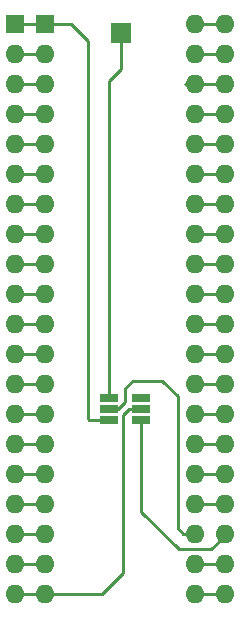
<source format=gbr>
%TF.GenerationSoftware,KiCad,Pcbnew,(5.1.10)-1*%
%TF.CreationDate,2021-09-20T15:06:14+02:00*%
%TF.ProjectId,R6522decode,52363532-3264-4656-936f-64652e6b6963,rev?*%
%TF.SameCoordinates,Original*%
%TF.FileFunction,Copper,L1,Top*%
%TF.FilePolarity,Positive*%
%FSLAX46Y46*%
G04 Gerber Fmt 4.6, Leading zero omitted, Abs format (unit mm)*
G04 Created by KiCad (PCBNEW (5.1.10)-1) date 2021-09-20 15:06:14*
%MOMM*%
%LPD*%
G01*
G04 APERTURE LIST*
%TA.AperFunction,ComponentPad*%
%ADD10R,1.700000X1.700000*%
%TD*%
%TA.AperFunction,ComponentPad*%
%ADD11O,1.600000X1.600000*%
%TD*%
%TA.AperFunction,ComponentPad*%
%ADD12R,1.600000X1.600000*%
%TD*%
%TA.AperFunction,SMDPad,CuDef*%
%ADD13R,1.560000X0.650000*%
%TD*%
%TA.AperFunction,Conductor*%
%ADD14C,0.250000*%
%TD*%
G04 APERTURE END LIST*
D10*
%TO.P,J1,1*%
%TO.N,/A9*%
X108350000Y-75180000D03*
%TD*%
D11*
%TO.P,U1,40*%
%TO.N,/CA1*%
X114665001Y-74435001D03*
%TO.P,U1,20*%
%TO.N,VCC*%
X99425001Y-122695001D03*
%TO.P,U1,39*%
%TO.N,/CA2*%
X114665001Y-76975001D03*
%TO.P,U1,19*%
%TO.N,/CB2*%
X99425001Y-120155001D03*
%TO.P,U1,38*%
%TO.N,/RS0*%
X114665001Y-79515001D03*
%TO.P,U1,18*%
%TO.N,/CB1*%
X99425001Y-117615001D03*
%TO.P,U1,37*%
%TO.N,/RS1*%
X114665001Y-82055001D03*
%TO.P,U1,17*%
%TO.N,/PB7*%
X99425001Y-115075001D03*
%TO.P,U1,36*%
%TO.N,/RS2*%
X114665001Y-84595001D03*
%TO.P,U1,16*%
%TO.N,/PB6*%
X99425001Y-112535001D03*
%TO.P,U1,35*%
%TO.N,/RS3*%
X114665001Y-87135001D03*
%TO.P,U1,15*%
%TO.N,/PB5*%
X99425001Y-109995001D03*
%TO.P,U1,34*%
%TO.N,/~RES*%
X114665001Y-89675001D03*
%TO.P,U1,14*%
%TO.N,/PB4*%
X99425001Y-107455001D03*
%TO.P,U1,33*%
%TO.N,/D0*%
X114665001Y-92215001D03*
%TO.P,U1,13*%
%TO.N,/PB3*%
X99425001Y-104915001D03*
%TO.P,U1,32*%
%TO.N,/D1*%
X114665001Y-94755001D03*
%TO.P,U1,12*%
%TO.N,/PB2*%
X99425001Y-102375001D03*
%TO.P,U1,31*%
%TO.N,/D2*%
X114665001Y-97295001D03*
%TO.P,U1,11*%
%TO.N,/PB1*%
X99425001Y-99835001D03*
%TO.P,U1,30*%
%TO.N,/D3*%
X114665001Y-99835001D03*
%TO.P,U1,10*%
%TO.N,/PB0*%
X99425001Y-97295001D03*
%TO.P,U1,29*%
%TO.N,/D4*%
X114665001Y-102375001D03*
%TO.P,U1,9*%
%TO.N,/PA7*%
X99425001Y-94755001D03*
%TO.P,U1,28*%
%TO.N,/D5*%
X114665001Y-104915001D03*
%TO.P,U1,8*%
%TO.N,/PA6*%
X99425001Y-92215001D03*
%TO.P,U1,27*%
%TO.N,/D6*%
X114665001Y-107455001D03*
%TO.P,U1,7*%
%TO.N,/PA5*%
X99425001Y-89675001D03*
%TO.P,U1,26*%
%TO.N,/D7*%
X114665001Y-109995001D03*
%TO.P,U1,6*%
%TO.N,/PA4*%
X99425001Y-87135001D03*
%TO.P,U1,25*%
%TO.N,/Phi2*%
X114665001Y-112535001D03*
%TO.P,U1,5*%
%TO.N,/PA3*%
X99425001Y-84595001D03*
%TO.P,U1,24*%
%TO.N,/CS1*%
X114665001Y-115075001D03*
%TO.P,U1,4*%
%TO.N,/PA2*%
X99425001Y-82055001D03*
%TO.P,U1,23*%
%TO.N,/~CS2*%
X114665001Y-117615001D03*
%TO.P,U1,3*%
%TO.N,/PA1*%
X99425001Y-79515001D03*
%TO.P,U1,22*%
%TO.N,/R~W*%
X114665001Y-120155001D03*
%TO.P,U1,2*%
%TO.N,/PA0*%
X99425001Y-76975001D03*
%TO.P,U1,21*%
%TO.N,/~IRQ*%
X114665001Y-122695001D03*
D12*
%TO.P,U1,1*%
%TO.N,GND*%
X99425001Y-74435001D03*
%TD*%
%TO.P,U2,1*%
%TO.N,GND*%
X101920000Y-74430000D03*
D11*
%TO.P,U2,21*%
%TO.N,/~IRQ*%
X117160000Y-122690000D03*
%TO.P,U2,2*%
%TO.N,/PA0*%
X101920000Y-76970000D03*
%TO.P,U2,22*%
%TO.N,/R~W*%
X117160000Y-120150000D03*
%TO.P,U2,3*%
%TO.N,/PA1*%
X101920000Y-79510000D03*
%TO.P,U2,23*%
%TO.N,/~NCS2*%
X117160000Y-117610000D03*
%TO.P,U2,4*%
%TO.N,/PA2*%
X101920000Y-82050000D03*
%TO.P,U2,24*%
%TO.N,/CS1*%
X117160000Y-115070000D03*
%TO.P,U2,5*%
%TO.N,/PA3*%
X101920000Y-84590000D03*
%TO.P,U2,25*%
%TO.N,/Phi2*%
X117160000Y-112530000D03*
%TO.P,U2,6*%
%TO.N,/PA4*%
X101920000Y-87130000D03*
%TO.P,U2,26*%
%TO.N,/D7*%
X117160000Y-109990000D03*
%TO.P,U2,7*%
%TO.N,/PA5*%
X101920000Y-89670000D03*
%TO.P,U2,27*%
%TO.N,/D6*%
X117160000Y-107450000D03*
%TO.P,U2,8*%
%TO.N,/PA6*%
X101920000Y-92210000D03*
%TO.P,U2,28*%
%TO.N,/D5*%
X117160000Y-104910000D03*
%TO.P,U2,9*%
%TO.N,/PA7*%
X101920000Y-94750000D03*
%TO.P,U2,29*%
%TO.N,/D4*%
X117160000Y-102370000D03*
%TO.P,U2,10*%
%TO.N,/PB0*%
X101920000Y-97290000D03*
%TO.P,U2,30*%
%TO.N,/D3*%
X117160000Y-99830000D03*
%TO.P,U2,11*%
%TO.N,/PB1*%
X101920000Y-99830000D03*
%TO.P,U2,31*%
%TO.N,/D2*%
X117160000Y-97290000D03*
%TO.P,U2,12*%
%TO.N,/PB2*%
X101920000Y-102370000D03*
%TO.P,U2,32*%
%TO.N,/D1*%
X117160000Y-94750000D03*
%TO.P,U2,13*%
%TO.N,/PB3*%
X101920000Y-104910000D03*
%TO.P,U2,33*%
%TO.N,/D0*%
X117160000Y-92210000D03*
%TO.P,U2,14*%
%TO.N,/PB4*%
X101920000Y-107450000D03*
%TO.P,U2,34*%
%TO.N,/~RES*%
X117160000Y-89670000D03*
%TO.P,U2,15*%
%TO.N,/PB5*%
X101920000Y-109990000D03*
%TO.P,U2,35*%
%TO.N,/RS3*%
X117160000Y-87130000D03*
%TO.P,U2,16*%
%TO.N,/PB6*%
X101920000Y-112530000D03*
%TO.P,U2,36*%
%TO.N,/RS2*%
X117160000Y-84590000D03*
%TO.P,U2,17*%
%TO.N,/PB7*%
X101920000Y-115070000D03*
%TO.P,U2,37*%
%TO.N,/RS1*%
X117160000Y-82050000D03*
%TO.P,U2,18*%
%TO.N,/CB1*%
X101920000Y-117610000D03*
%TO.P,U2,38*%
%TO.N,/RS0*%
X117160000Y-79510000D03*
%TO.P,U2,19*%
%TO.N,/CB2*%
X101920000Y-120150000D03*
%TO.P,U2,39*%
%TO.N,/CA2*%
X117160000Y-76970000D03*
%TO.P,U2,20*%
%TO.N,VCC*%
X101920000Y-122690000D03*
%TO.P,U2,40*%
%TO.N,/CA1*%
X117160000Y-74430000D03*
%TD*%
D13*
%TO.P,U3,5*%
%TO.N,VCC*%
X110060000Y-107050000D03*
%TO.P,U3,6*%
%TO.N,N/C*%
X110060000Y-106100000D03*
%TO.P,U3,4*%
%TO.N,/~NCS2*%
X110060000Y-108000000D03*
%TO.P,U3,3*%
%TO.N,GND*%
X107360000Y-108000000D03*
%TO.P,U3,2*%
%TO.N,/~CS2*%
X107360000Y-107050000D03*
%TO.P,U3,1*%
%TO.N,/A9*%
X107360000Y-106100000D03*
%TD*%
D14*
%TO.N,/A9*%
X107360000Y-106100000D02*
X107360000Y-79260000D01*
X108350000Y-78270000D02*
X108350000Y-75180000D01*
X107360000Y-79260000D02*
X108350000Y-78270000D01*
%TO.N,/CA1*%
X117154999Y-74435001D02*
X117160000Y-74430000D01*
X114665001Y-74435001D02*
X117154999Y-74435001D01*
%TO.N,VCC*%
X101914999Y-122695001D02*
X101920000Y-122690000D01*
X99425001Y-122695001D02*
X101914999Y-122695001D01*
X110060000Y-107050000D02*
X109040000Y-107050000D01*
X109040000Y-107050000D02*
X108550000Y-107540000D01*
X108550000Y-107540000D02*
X108550000Y-120930000D01*
X106790000Y-122690000D02*
X101920000Y-122690000D01*
X108550000Y-120930000D02*
X106790000Y-122690000D01*
%TO.N,/CA2*%
X114670002Y-76970000D02*
X114665001Y-76975001D01*
X117160000Y-76970000D02*
X114670002Y-76970000D01*
%TO.N,/CB2*%
X99430002Y-120150000D02*
X99425001Y-120155001D01*
X101920000Y-120150000D02*
X99430002Y-120150000D01*
%TO.N,/RS0*%
X117160000Y-79510000D02*
X113820000Y-79510000D01*
X117154999Y-79515001D02*
X117160000Y-79510000D01*
X114665001Y-79515001D02*
X117154999Y-79515001D01*
%TO.N,/CB1*%
X99430002Y-117610000D02*
X99425001Y-117615001D01*
X101920000Y-117610000D02*
X99430002Y-117610000D01*
%TO.N,/RS1*%
X117154999Y-82055001D02*
X117160000Y-82050000D01*
X114665001Y-82055001D02*
X117154999Y-82055001D01*
%TO.N,/PB7*%
X99430002Y-115070000D02*
X99425001Y-115075001D01*
X101920000Y-115070000D02*
X99430002Y-115070000D01*
%TO.N,/RS2*%
X114670002Y-84590000D02*
X114665001Y-84595001D01*
X117160000Y-84590000D02*
X114670002Y-84590000D01*
%TO.N,/PB6*%
X101914999Y-112535001D02*
X101920000Y-112530000D01*
X99425001Y-112535001D02*
X101914999Y-112535001D01*
%TO.N,/RS3*%
X117154999Y-87135001D02*
X117160000Y-87130000D01*
X114665001Y-87135001D02*
X117154999Y-87135001D01*
%TO.N,/PB5*%
X99430002Y-109990000D02*
X99425001Y-109995001D01*
X101920000Y-109990000D02*
X99430002Y-109990000D01*
%TO.N,/~RES*%
X114670002Y-89670000D02*
X114665001Y-89675001D01*
X117160000Y-89670000D02*
X114670002Y-89670000D01*
%TO.N,/PB4*%
X101914999Y-107455001D02*
X101920000Y-107450000D01*
X99425001Y-107455001D02*
X101914999Y-107455001D01*
%TO.N,/D0*%
X117154999Y-92215001D02*
X117160000Y-92210000D01*
X114665001Y-92215001D02*
X117154999Y-92215001D01*
%TO.N,/PB3*%
X99430002Y-104910000D02*
X99425001Y-104915001D01*
X101920000Y-104910000D02*
X99430002Y-104910000D01*
%TO.N,/D1*%
X114670002Y-94750000D02*
X114665001Y-94755001D01*
X117160000Y-94750000D02*
X114670002Y-94750000D01*
%TO.N,/PB2*%
X101914999Y-102375001D02*
X101920000Y-102370000D01*
X99425001Y-102375001D02*
X101914999Y-102375001D01*
%TO.N,/D2*%
X117154999Y-97295001D02*
X117160000Y-97290000D01*
X114665001Y-97295001D02*
X117154999Y-97295001D01*
%TO.N,/PB1*%
X99430002Y-99830000D02*
X99425001Y-99835001D01*
X101920000Y-99830000D02*
X99430002Y-99830000D01*
%TO.N,/D3*%
X114670002Y-99830000D02*
X114665001Y-99835001D01*
X117160000Y-99830000D02*
X114670002Y-99830000D01*
%TO.N,/PB0*%
X101914999Y-97295001D02*
X101920000Y-97290000D01*
X99425001Y-97295001D02*
X101914999Y-97295001D01*
%TO.N,/D4*%
X117154999Y-102375001D02*
X117160000Y-102370000D01*
X114665001Y-102375001D02*
X117154999Y-102375001D01*
%TO.N,/PA7*%
X99430002Y-94750000D02*
X99425001Y-94755001D01*
X101920000Y-94750000D02*
X99430002Y-94750000D01*
%TO.N,/D5*%
X114670002Y-104910000D02*
X114665001Y-104915001D01*
X117160000Y-104910000D02*
X114670002Y-104910000D01*
%TO.N,/PA6*%
X101914999Y-92215001D02*
X101920000Y-92210000D01*
X99425001Y-92215001D02*
X101914999Y-92215001D01*
%TO.N,/D6*%
X117154999Y-107455001D02*
X117160000Y-107450000D01*
X114665001Y-107455001D02*
X117154999Y-107455001D01*
%TO.N,/PA5*%
X99430002Y-89670000D02*
X99425001Y-89675001D01*
X101920000Y-89670000D02*
X99430002Y-89670000D01*
%TO.N,/D7*%
X114670002Y-109990000D02*
X114665001Y-109995001D01*
X117160000Y-109990000D02*
X114670002Y-109990000D01*
%TO.N,/PA4*%
X101914999Y-87135001D02*
X101920000Y-87130000D01*
X99425001Y-87135001D02*
X101914999Y-87135001D01*
%TO.N,/Phi2*%
X117154999Y-112535001D02*
X117160000Y-112530000D01*
X114665001Y-112535001D02*
X117154999Y-112535001D01*
%TO.N,/PA3*%
X99430002Y-84590000D02*
X99425001Y-84595001D01*
X101920000Y-84590000D02*
X99430002Y-84590000D01*
%TO.N,/CS1*%
X114670002Y-115070000D02*
X114665001Y-115075001D01*
X117160000Y-115070000D02*
X114670002Y-115070000D01*
%TO.N,/PA2*%
X101914999Y-82055001D02*
X101920000Y-82050000D01*
X99425001Y-82055001D02*
X101914999Y-82055001D01*
%TO.N,/~CS2*%
X107360000Y-107050000D02*
X108120000Y-107050000D01*
X108120000Y-107050000D02*
X108750000Y-106420000D01*
X108750000Y-106420000D02*
X108750000Y-105250000D01*
X108750000Y-105250000D02*
X109360000Y-104640000D01*
X109360000Y-104640000D02*
X111890000Y-104640000D01*
X111890000Y-104640000D02*
X113170000Y-105920000D01*
X113170000Y-105920000D02*
X113170000Y-117160000D01*
X113625001Y-117615001D02*
X114665001Y-117615001D01*
X113170000Y-117160000D02*
X113625001Y-117615001D01*
%TO.N,/PA1*%
X99430002Y-79510000D02*
X99425001Y-79515001D01*
X101920000Y-79510000D02*
X99430002Y-79510000D01*
%TO.N,/R~W*%
X114670002Y-120150000D02*
X114665001Y-120155001D01*
X117160000Y-120150000D02*
X114670002Y-120150000D01*
%TO.N,/PA0*%
X101914999Y-76975001D02*
X101920000Y-76970000D01*
X99425001Y-76975001D02*
X101914999Y-76975001D01*
%TO.N,/~IRQ*%
X117154999Y-122695001D02*
X117160000Y-122690000D01*
X114665001Y-122695001D02*
X117154999Y-122695001D01*
%TO.N,GND*%
X99430002Y-74430000D02*
X99425001Y-74435001D01*
X101920000Y-74430000D02*
X99430002Y-74430000D01*
X107360000Y-108000000D02*
X105710000Y-108000000D01*
X105710000Y-108000000D02*
X105580000Y-107870000D01*
X105580000Y-107870000D02*
X105580000Y-75900000D01*
X104110000Y-74430000D02*
X101920000Y-74430000D01*
X105580000Y-75900000D02*
X104110000Y-74430000D01*
%TO.N,/~NCS2*%
X117160000Y-117610000D02*
X117160000Y-117760000D01*
X117160000Y-117760000D02*
X115990000Y-118930000D01*
X115990000Y-118930000D02*
X113260000Y-118930000D01*
X110060000Y-115730000D02*
X110060000Y-108000000D01*
X113260000Y-118930000D02*
X110060000Y-115730000D01*
%TD*%
M02*

</source>
